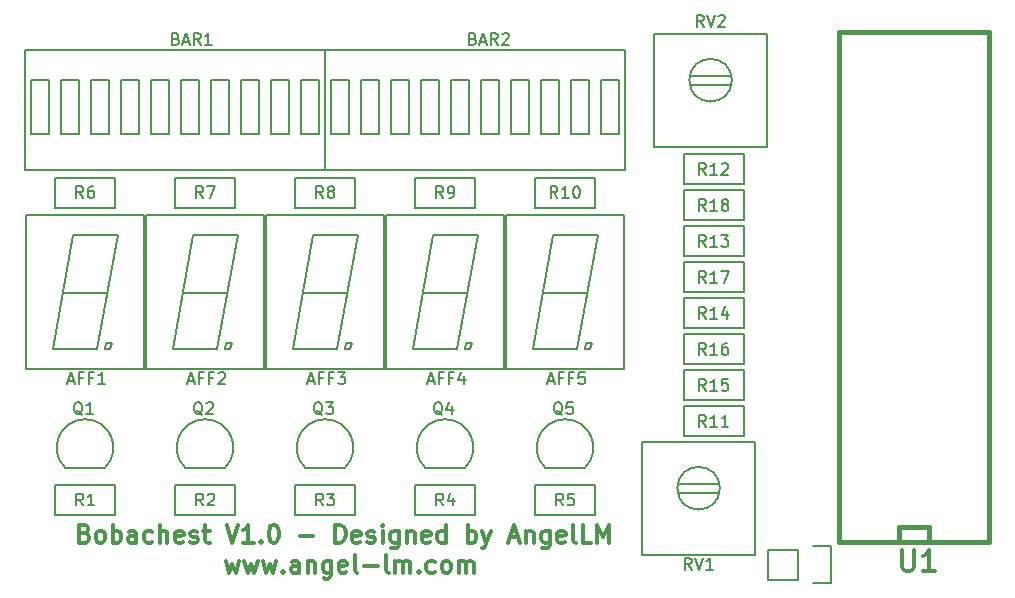
<source format=gbr>
G04 #@! TF.FileFunction,Legend,Top*
%FSLAX46Y46*%
G04 Gerber Fmt 4.6, Leading zero omitted, Abs format (unit mm)*
G04 Created by KiCad (PCBNEW 4.0.4+e1-6308~48~ubuntu15.10.1-stable) date Thu Dec  8 14:38:08 2016*
%MOMM*%
%LPD*%
G01*
G04 APERTURE LIST*
%ADD10C,0.100000*%
%ADD11C,0.300000*%
%ADD12C,0.150000*%
%ADD13C,0.381000*%
%ADD14C,0.304800*%
G04 APERTURE END LIST*
D10*
D11*
X90784001Y-94883857D02*
X90998287Y-94955286D01*
X91069715Y-95026714D01*
X91141144Y-95169571D01*
X91141144Y-95383857D01*
X91069715Y-95526714D01*
X90998287Y-95598143D01*
X90855429Y-95669571D01*
X90284001Y-95669571D01*
X90284001Y-94169571D01*
X90784001Y-94169571D01*
X90926858Y-94241000D01*
X90998287Y-94312429D01*
X91069715Y-94455286D01*
X91069715Y-94598143D01*
X90998287Y-94741000D01*
X90926858Y-94812429D01*
X90784001Y-94883857D01*
X90284001Y-94883857D01*
X91998287Y-95669571D02*
X91855429Y-95598143D01*
X91784001Y-95526714D01*
X91712572Y-95383857D01*
X91712572Y-94955286D01*
X91784001Y-94812429D01*
X91855429Y-94741000D01*
X91998287Y-94669571D01*
X92212572Y-94669571D01*
X92355429Y-94741000D01*
X92426858Y-94812429D01*
X92498287Y-94955286D01*
X92498287Y-95383857D01*
X92426858Y-95526714D01*
X92355429Y-95598143D01*
X92212572Y-95669571D01*
X91998287Y-95669571D01*
X93141144Y-95669571D02*
X93141144Y-94169571D01*
X93141144Y-94741000D02*
X93284001Y-94669571D01*
X93569715Y-94669571D01*
X93712572Y-94741000D01*
X93784001Y-94812429D01*
X93855430Y-94955286D01*
X93855430Y-95383857D01*
X93784001Y-95526714D01*
X93712572Y-95598143D01*
X93569715Y-95669571D01*
X93284001Y-95669571D01*
X93141144Y-95598143D01*
X95141144Y-95669571D02*
X95141144Y-94883857D01*
X95069715Y-94741000D01*
X94926858Y-94669571D01*
X94641144Y-94669571D01*
X94498287Y-94741000D01*
X95141144Y-95598143D02*
X94998287Y-95669571D01*
X94641144Y-95669571D01*
X94498287Y-95598143D01*
X94426858Y-95455286D01*
X94426858Y-95312429D01*
X94498287Y-95169571D01*
X94641144Y-95098143D01*
X94998287Y-95098143D01*
X95141144Y-95026714D01*
X96498287Y-95598143D02*
X96355430Y-95669571D01*
X96069716Y-95669571D01*
X95926858Y-95598143D01*
X95855430Y-95526714D01*
X95784001Y-95383857D01*
X95784001Y-94955286D01*
X95855430Y-94812429D01*
X95926858Y-94741000D01*
X96069716Y-94669571D01*
X96355430Y-94669571D01*
X96498287Y-94741000D01*
X97141144Y-95669571D02*
X97141144Y-94169571D01*
X97784001Y-95669571D02*
X97784001Y-94883857D01*
X97712572Y-94741000D01*
X97569715Y-94669571D01*
X97355430Y-94669571D01*
X97212572Y-94741000D01*
X97141144Y-94812429D01*
X99069715Y-95598143D02*
X98926858Y-95669571D01*
X98641144Y-95669571D01*
X98498287Y-95598143D01*
X98426858Y-95455286D01*
X98426858Y-94883857D01*
X98498287Y-94741000D01*
X98641144Y-94669571D01*
X98926858Y-94669571D01*
X99069715Y-94741000D01*
X99141144Y-94883857D01*
X99141144Y-95026714D01*
X98426858Y-95169571D01*
X99712572Y-95598143D02*
X99855429Y-95669571D01*
X100141144Y-95669571D01*
X100284001Y-95598143D01*
X100355429Y-95455286D01*
X100355429Y-95383857D01*
X100284001Y-95241000D01*
X100141144Y-95169571D01*
X99926858Y-95169571D01*
X99784001Y-95098143D01*
X99712572Y-94955286D01*
X99712572Y-94883857D01*
X99784001Y-94741000D01*
X99926858Y-94669571D01*
X100141144Y-94669571D01*
X100284001Y-94741000D01*
X100784001Y-94669571D02*
X101355430Y-94669571D01*
X100998287Y-94169571D02*
X100998287Y-95455286D01*
X101069715Y-95598143D01*
X101212573Y-95669571D01*
X101355430Y-95669571D01*
X102784001Y-94169571D02*
X103284001Y-95669571D01*
X103784001Y-94169571D01*
X105069715Y-95669571D02*
X104212572Y-95669571D01*
X104641144Y-95669571D02*
X104641144Y-94169571D01*
X104498287Y-94383857D01*
X104355429Y-94526714D01*
X104212572Y-94598143D01*
X105712572Y-95526714D02*
X105784000Y-95598143D01*
X105712572Y-95669571D01*
X105641143Y-95598143D01*
X105712572Y-95526714D01*
X105712572Y-95669571D01*
X106712572Y-94169571D02*
X106855429Y-94169571D01*
X106998286Y-94241000D01*
X107069715Y-94312429D01*
X107141144Y-94455286D01*
X107212572Y-94741000D01*
X107212572Y-95098143D01*
X107141144Y-95383857D01*
X107069715Y-95526714D01*
X106998286Y-95598143D01*
X106855429Y-95669571D01*
X106712572Y-95669571D01*
X106569715Y-95598143D01*
X106498286Y-95526714D01*
X106426858Y-95383857D01*
X106355429Y-95098143D01*
X106355429Y-94741000D01*
X106426858Y-94455286D01*
X106498286Y-94312429D01*
X106569715Y-94241000D01*
X106712572Y-94169571D01*
X108998286Y-95098143D02*
X110141143Y-95098143D01*
X111998286Y-95669571D02*
X111998286Y-94169571D01*
X112355429Y-94169571D01*
X112569714Y-94241000D01*
X112712572Y-94383857D01*
X112784000Y-94526714D01*
X112855429Y-94812429D01*
X112855429Y-95026714D01*
X112784000Y-95312429D01*
X112712572Y-95455286D01*
X112569714Y-95598143D01*
X112355429Y-95669571D01*
X111998286Y-95669571D01*
X114069714Y-95598143D02*
X113926857Y-95669571D01*
X113641143Y-95669571D01*
X113498286Y-95598143D01*
X113426857Y-95455286D01*
X113426857Y-94883857D01*
X113498286Y-94741000D01*
X113641143Y-94669571D01*
X113926857Y-94669571D01*
X114069714Y-94741000D01*
X114141143Y-94883857D01*
X114141143Y-95026714D01*
X113426857Y-95169571D01*
X114712571Y-95598143D02*
X114855428Y-95669571D01*
X115141143Y-95669571D01*
X115284000Y-95598143D01*
X115355428Y-95455286D01*
X115355428Y-95383857D01*
X115284000Y-95241000D01*
X115141143Y-95169571D01*
X114926857Y-95169571D01*
X114784000Y-95098143D01*
X114712571Y-94955286D01*
X114712571Y-94883857D01*
X114784000Y-94741000D01*
X114926857Y-94669571D01*
X115141143Y-94669571D01*
X115284000Y-94741000D01*
X115998286Y-95669571D02*
X115998286Y-94669571D01*
X115998286Y-94169571D02*
X115926857Y-94241000D01*
X115998286Y-94312429D01*
X116069714Y-94241000D01*
X115998286Y-94169571D01*
X115998286Y-94312429D01*
X117355429Y-94669571D02*
X117355429Y-95883857D01*
X117284000Y-96026714D01*
X117212572Y-96098143D01*
X117069715Y-96169571D01*
X116855429Y-96169571D01*
X116712572Y-96098143D01*
X117355429Y-95598143D02*
X117212572Y-95669571D01*
X116926858Y-95669571D01*
X116784000Y-95598143D01*
X116712572Y-95526714D01*
X116641143Y-95383857D01*
X116641143Y-94955286D01*
X116712572Y-94812429D01*
X116784000Y-94741000D01*
X116926858Y-94669571D01*
X117212572Y-94669571D01*
X117355429Y-94741000D01*
X118069715Y-94669571D02*
X118069715Y-95669571D01*
X118069715Y-94812429D02*
X118141143Y-94741000D01*
X118284001Y-94669571D01*
X118498286Y-94669571D01*
X118641143Y-94741000D01*
X118712572Y-94883857D01*
X118712572Y-95669571D01*
X119998286Y-95598143D02*
X119855429Y-95669571D01*
X119569715Y-95669571D01*
X119426858Y-95598143D01*
X119355429Y-95455286D01*
X119355429Y-94883857D01*
X119426858Y-94741000D01*
X119569715Y-94669571D01*
X119855429Y-94669571D01*
X119998286Y-94741000D01*
X120069715Y-94883857D01*
X120069715Y-95026714D01*
X119355429Y-95169571D01*
X121355429Y-95669571D02*
X121355429Y-94169571D01*
X121355429Y-95598143D02*
X121212572Y-95669571D01*
X120926858Y-95669571D01*
X120784000Y-95598143D01*
X120712572Y-95526714D01*
X120641143Y-95383857D01*
X120641143Y-94955286D01*
X120712572Y-94812429D01*
X120784000Y-94741000D01*
X120926858Y-94669571D01*
X121212572Y-94669571D01*
X121355429Y-94741000D01*
X123212572Y-95669571D02*
X123212572Y-94169571D01*
X123212572Y-94741000D02*
X123355429Y-94669571D01*
X123641143Y-94669571D01*
X123784000Y-94741000D01*
X123855429Y-94812429D01*
X123926858Y-94955286D01*
X123926858Y-95383857D01*
X123855429Y-95526714D01*
X123784000Y-95598143D01*
X123641143Y-95669571D01*
X123355429Y-95669571D01*
X123212572Y-95598143D01*
X124426858Y-94669571D02*
X124784001Y-95669571D01*
X125141143Y-94669571D02*
X124784001Y-95669571D01*
X124641143Y-96026714D01*
X124569715Y-96098143D01*
X124426858Y-96169571D01*
X126784000Y-95241000D02*
X127498286Y-95241000D01*
X126641143Y-95669571D02*
X127141143Y-94169571D01*
X127641143Y-95669571D01*
X128141143Y-94669571D02*
X128141143Y-95669571D01*
X128141143Y-94812429D02*
X128212571Y-94741000D01*
X128355429Y-94669571D01*
X128569714Y-94669571D01*
X128712571Y-94741000D01*
X128784000Y-94883857D01*
X128784000Y-95669571D01*
X130141143Y-94669571D02*
X130141143Y-95883857D01*
X130069714Y-96026714D01*
X129998286Y-96098143D01*
X129855429Y-96169571D01*
X129641143Y-96169571D01*
X129498286Y-96098143D01*
X130141143Y-95598143D02*
X129998286Y-95669571D01*
X129712572Y-95669571D01*
X129569714Y-95598143D01*
X129498286Y-95526714D01*
X129426857Y-95383857D01*
X129426857Y-94955286D01*
X129498286Y-94812429D01*
X129569714Y-94741000D01*
X129712572Y-94669571D01*
X129998286Y-94669571D01*
X130141143Y-94741000D01*
X131426857Y-95598143D02*
X131284000Y-95669571D01*
X130998286Y-95669571D01*
X130855429Y-95598143D01*
X130784000Y-95455286D01*
X130784000Y-94883857D01*
X130855429Y-94741000D01*
X130998286Y-94669571D01*
X131284000Y-94669571D01*
X131426857Y-94741000D01*
X131498286Y-94883857D01*
X131498286Y-95026714D01*
X130784000Y-95169571D01*
X132355429Y-95669571D02*
X132212571Y-95598143D01*
X132141143Y-95455286D01*
X132141143Y-94169571D01*
X133641143Y-95669571D02*
X132926857Y-95669571D01*
X132926857Y-94169571D01*
X134141143Y-95669571D02*
X134141143Y-94169571D01*
X134641143Y-95241000D01*
X135141143Y-94169571D01*
X135141143Y-95669571D01*
X102712571Y-97219571D02*
X102998285Y-98219571D01*
X103283999Y-97505286D01*
X103569714Y-98219571D01*
X103855428Y-97219571D01*
X104284000Y-97219571D02*
X104569714Y-98219571D01*
X104855428Y-97505286D01*
X105141143Y-98219571D01*
X105426857Y-97219571D01*
X105855429Y-97219571D02*
X106141143Y-98219571D01*
X106426857Y-97505286D01*
X106712572Y-98219571D01*
X106998286Y-97219571D01*
X107569715Y-98076714D02*
X107641143Y-98148143D01*
X107569715Y-98219571D01*
X107498286Y-98148143D01*
X107569715Y-98076714D01*
X107569715Y-98219571D01*
X108926858Y-98219571D02*
X108926858Y-97433857D01*
X108855429Y-97291000D01*
X108712572Y-97219571D01*
X108426858Y-97219571D01*
X108284001Y-97291000D01*
X108926858Y-98148143D02*
X108784001Y-98219571D01*
X108426858Y-98219571D01*
X108284001Y-98148143D01*
X108212572Y-98005286D01*
X108212572Y-97862429D01*
X108284001Y-97719571D01*
X108426858Y-97648143D01*
X108784001Y-97648143D01*
X108926858Y-97576714D01*
X109641144Y-97219571D02*
X109641144Y-98219571D01*
X109641144Y-97362429D02*
X109712572Y-97291000D01*
X109855430Y-97219571D01*
X110069715Y-97219571D01*
X110212572Y-97291000D01*
X110284001Y-97433857D01*
X110284001Y-98219571D01*
X111641144Y-97219571D02*
X111641144Y-98433857D01*
X111569715Y-98576714D01*
X111498287Y-98648143D01*
X111355430Y-98719571D01*
X111141144Y-98719571D01*
X110998287Y-98648143D01*
X111641144Y-98148143D02*
X111498287Y-98219571D01*
X111212573Y-98219571D01*
X111069715Y-98148143D01*
X110998287Y-98076714D01*
X110926858Y-97933857D01*
X110926858Y-97505286D01*
X110998287Y-97362429D01*
X111069715Y-97291000D01*
X111212573Y-97219571D01*
X111498287Y-97219571D01*
X111641144Y-97291000D01*
X112926858Y-98148143D02*
X112784001Y-98219571D01*
X112498287Y-98219571D01*
X112355430Y-98148143D01*
X112284001Y-98005286D01*
X112284001Y-97433857D01*
X112355430Y-97291000D01*
X112498287Y-97219571D01*
X112784001Y-97219571D01*
X112926858Y-97291000D01*
X112998287Y-97433857D01*
X112998287Y-97576714D01*
X112284001Y-97719571D01*
X113855430Y-98219571D02*
X113712572Y-98148143D01*
X113641144Y-98005286D01*
X113641144Y-96719571D01*
X114426858Y-97648143D02*
X115569715Y-97648143D01*
X116498287Y-98219571D02*
X116355429Y-98148143D01*
X116284001Y-98005286D01*
X116284001Y-96719571D01*
X117069715Y-98219571D02*
X117069715Y-97219571D01*
X117069715Y-97362429D02*
X117141143Y-97291000D01*
X117284001Y-97219571D01*
X117498286Y-97219571D01*
X117641143Y-97291000D01*
X117712572Y-97433857D01*
X117712572Y-98219571D01*
X117712572Y-97433857D02*
X117784001Y-97291000D01*
X117926858Y-97219571D01*
X118141143Y-97219571D01*
X118284001Y-97291000D01*
X118355429Y-97433857D01*
X118355429Y-98219571D01*
X119069715Y-98076714D02*
X119141143Y-98148143D01*
X119069715Y-98219571D01*
X118998286Y-98148143D01*
X119069715Y-98076714D01*
X119069715Y-98219571D01*
X120426858Y-98148143D02*
X120284001Y-98219571D01*
X119998287Y-98219571D01*
X119855429Y-98148143D01*
X119784001Y-98076714D01*
X119712572Y-97933857D01*
X119712572Y-97505286D01*
X119784001Y-97362429D01*
X119855429Y-97291000D01*
X119998287Y-97219571D01*
X120284001Y-97219571D01*
X120426858Y-97291000D01*
X121284001Y-98219571D02*
X121141143Y-98148143D01*
X121069715Y-98076714D01*
X120998286Y-97933857D01*
X120998286Y-97505286D01*
X121069715Y-97362429D01*
X121141143Y-97291000D01*
X121284001Y-97219571D01*
X121498286Y-97219571D01*
X121641143Y-97291000D01*
X121712572Y-97362429D01*
X121784001Y-97505286D01*
X121784001Y-97933857D01*
X121712572Y-98076714D01*
X121641143Y-98148143D01*
X121498286Y-98219571D01*
X121284001Y-98219571D01*
X122426858Y-98219571D02*
X122426858Y-97219571D01*
X122426858Y-97362429D02*
X122498286Y-97291000D01*
X122641144Y-97219571D01*
X122855429Y-97219571D01*
X122998286Y-97291000D01*
X123069715Y-97433857D01*
X123069715Y-98219571D01*
X123069715Y-97433857D02*
X123141144Y-97291000D01*
X123284001Y-97219571D01*
X123498286Y-97219571D01*
X123641144Y-97291000D01*
X123712572Y-97433857D01*
X123712572Y-98219571D01*
D12*
X129745000Y-89330000D02*
X133145000Y-89330000D01*
X129747944Y-89327056D02*
G75*
G02X131445000Y-85230000I1697056J1697056D01*
G01*
X133142056Y-89327056D02*
G75*
G03X131445000Y-85230000I-1697056J1697056D01*
G01*
X141048000Y-90693000D02*
X144448000Y-90693000D01*
X141048000Y-91453000D02*
X144448000Y-91453000D01*
X137983000Y-87183000D02*
X147513000Y-87183000D01*
X147513000Y-87183000D02*
X147513000Y-96713000D01*
X147513000Y-96713000D02*
X137983000Y-96713000D01*
X137983000Y-96713000D02*
X137983000Y-87183000D01*
X144549735Y-91073000D02*
G75*
G03X144549735Y-91073000I-1801735J0D01*
G01*
D13*
X154635200Y-95656400D02*
X154635200Y-52476400D01*
X154635200Y-52476400D02*
X167335200Y-52476400D01*
X167335200Y-52476400D02*
X167335200Y-95656400D01*
X167335200Y-95656400D02*
X154635200Y-95656400D01*
X162255200Y-95656400D02*
X162255200Y-94386400D01*
X162255200Y-94386400D02*
X159715200Y-94386400D01*
X159715200Y-94386400D02*
X159715200Y-95656400D01*
D12*
X89105000Y-89330000D02*
X92505000Y-89330000D01*
X89107944Y-89327056D02*
G75*
G02X90805000Y-85230000I1697056J1697056D01*
G01*
X92502056Y-89327056D02*
G75*
G03X90805000Y-85230000I-1697056J1697056D01*
G01*
X99265000Y-89330000D02*
X102665000Y-89330000D01*
X99267944Y-89327056D02*
G75*
G02X100965000Y-85230000I1697056J1697056D01*
G01*
X102662056Y-89327056D02*
G75*
G03X100965000Y-85230000I-1697056J1697056D01*
G01*
X109425000Y-89330000D02*
X112825000Y-89330000D01*
X109427944Y-89327056D02*
G75*
G02X111125000Y-85230000I1697056J1697056D01*
G01*
X112822056Y-89327056D02*
G75*
G03X111125000Y-85230000I-1697056J1697056D01*
G01*
X119585000Y-89330000D02*
X122985000Y-89330000D01*
X119587944Y-89327056D02*
G75*
G02X121285000Y-85230000I1697056J1697056D01*
G01*
X122982056Y-89327056D02*
G75*
G03X121285000Y-85230000I-1697056J1697056D01*
G01*
X112775000Y-79297000D02*
X113275000Y-79297000D01*
X112775000Y-79297000D02*
X112875000Y-78797000D01*
X113275000Y-79297000D02*
X113375000Y-78797000D01*
X112875000Y-78797000D02*
X113375000Y-78797000D01*
X108425000Y-79297000D02*
X110125000Y-69597000D01*
X113875000Y-69597000D02*
X112175000Y-79297000D01*
X112175000Y-79297000D02*
X108425000Y-79297000D01*
X110125000Y-69597000D02*
X113875000Y-69597000D01*
X109347000Y-74549000D02*
X112903000Y-74549000D01*
X106125000Y-80947000D02*
X116125000Y-80947000D01*
X116125000Y-80947000D02*
X116125000Y-67947000D01*
X116125000Y-67947000D02*
X106125000Y-67947000D01*
X106125000Y-67947000D02*
X106125000Y-80947000D01*
X133095000Y-79297000D02*
X133595000Y-79297000D01*
X133095000Y-79297000D02*
X133195000Y-78797000D01*
X133595000Y-79297000D02*
X133695000Y-78797000D01*
X133195000Y-78797000D02*
X133695000Y-78797000D01*
X128745000Y-79297000D02*
X130445000Y-69597000D01*
X134195000Y-69597000D02*
X132495000Y-79297000D01*
X132495000Y-79297000D02*
X128745000Y-79297000D01*
X130445000Y-69597000D02*
X134195000Y-69597000D01*
X129667000Y-74549000D02*
X133223000Y-74549000D01*
X126445000Y-80947000D02*
X136445000Y-80947000D01*
X136445000Y-80947000D02*
X136445000Y-67947000D01*
X136445000Y-67947000D02*
X126445000Y-67947000D01*
X126445000Y-67947000D02*
X126445000Y-80947000D01*
X122935000Y-79297000D02*
X123435000Y-79297000D01*
X122935000Y-79297000D02*
X123035000Y-78797000D01*
X123435000Y-79297000D02*
X123535000Y-78797000D01*
X123035000Y-78797000D02*
X123535000Y-78797000D01*
X118585000Y-79297000D02*
X120285000Y-69597000D01*
X124035000Y-69597000D02*
X122335000Y-79297000D01*
X122335000Y-79297000D02*
X118585000Y-79297000D01*
X120285000Y-69597000D02*
X124035000Y-69597000D01*
X119507000Y-74549000D02*
X123063000Y-74549000D01*
X116285000Y-80947000D02*
X126285000Y-80947000D01*
X126285000Y-80947000D02*
X126285000Y-67947000D01*
X126285000Y-67947000D02*
X116285000Y-67947000D01*
X116285000Y-67947000D02*
X116285000Y-80947000D01*
X102615000Y-79297000D02*
X103115000Y-79297000D01*
X102615000Y-79297000D02*
X102715000Y-78797000D01*
X103115000Y-79297000D02*
X103215000Y-78797000D01*
X102715000Y-78797000D02*
X103215000Y-78797000D01*
X98265000Y-79297000D02*
X99965000Y-69597000D01*
X103715000Y-69597000D02*
X102015000Y-79297000D01*
X102015000Y-79297000D02*
X98265000Y-79297000D01*
X99965000Y-69597000D02*
X103715000Y-69597000D01*
X99187000Y-74549000D02*
X102743000Y-74549000D01*
X95965000Y-80947000D02*
X105965000Y-80947000D01*
X105965000Y-80947000D02*
X105965000Y-67947000D01*
X105965000Y-67947000D02*
X95965000Y-67947000D01*
X95965000Y-67947000D02*
X95965000Y-80947000D01*
X92455000Y-79297000D02*
X92955000Y-79297000D01*
X92455000Y-79297000D02*
X92555000Y-78797000D01*
X92955000Y-79297000D02*
X93055000Y-78797000D01*
X92555000Y-78797000D02*
X93055000Y-78797000D01*
X88105000Y-79297000D02*
X89805000Y-69597000D01*
X93555000Y-69597000D02*
X91855000Y-79297000D01*
X91855000Y-79297000D02*
X88105000Y-79297000D01*
X89805000Y-69597000D02*
X93555000Y-69597000D01*
X89027000Y-74549000D02*
X92583000Y-74549000D01*
X85805000Y-80947000D02*
X95805000Y-80947000D01*
X95805000Y-80947000D02*
X95805000Y-67947000D01*
X95805000Y-67947000D02*
X85805000Y-67947000D01*
X85805000Y-67947000D02*
X85805000Y-80947000D01*
X151130000Y-98806000D02*
X148590000Y-98806000D01*
X153950000Y-99086000D02*
X152400000Y-99086000D01*
X151130000Y-98806000D02*
X151130000Y-96266000D01*
X152400000Y-95986000D02*
X153950000Y-95986000D01*
X153950000Y-95986000D02*
X153950000Y-99086000D01*
X151130000Y-96266000D02*
X148590000Y-96266000D01*
X148590000Y-96266000D02*
X148590000Y-98806000D01*
X109093000Y-56515000D02*
X110617000Y-56515000D01*
X110617000Y-56515000D02*
X110617000Y-61087000D01*
X110617000Y-61087000D02*
X109093000Y-61087000D01*
X109093000Y-61087000D02*
X109093000Y-56515000D01*
X106553000Y-56515000D02*
X108077000Y-56515000D01*
X108077000Y-56515000D02*
X108077000Y-61087000D01*
X108077000Y-61087000D02*
X106553000Y-61087000D01*
X106553000Y-61087000D02*
X106553000Y-56515000D01*
X104013000Y-56515000D02*
X105537000Y-56515000D01*
X105537000Y-56515000D02*
X105537000Y-61087000D01*
X105537000Y-61087000D02*
X104013000Y-61087000D01*
X104013000Y-61087000D02*
X104013000Y-56515000D01*
X101473000Y-56515000D02*
X102997000Y-56515000D01*
X102997000Y-56515000D02*
X102997000Y-61087000D01*
X102997000Y-61087000D02*
X101473000Y-61087000D01*
X101473000Y-61087000D02*
X101473000Y-56515000D01*
X98933000Y-56515000D02*
X100457000Y-56515000D01*
X100457000Y-56515000D02*
X100457000Y-61087000D01*
X100457000Y-61087000D02*
X98933000Y-61087000D01*
X98933000Y-61087000D02*
X98933000Y-56515000D01*
X96393000Y-56515000D02*
X97917000Y-56515000D01*
X97917000Y-56515000D02*
X97917000Y-61087000D01*
X97917000Y-61087000D02*
X96393000Y-61087000D01*
X96393000Y-61087000D02*
X96393000Y-56515000D01*
X93853000Y-61087000D02*
X95377000Y-61087000D01*
X95377000Y-61087000D02*
X95377000Y-56515000D01*
X95377000Y-56515000D02*
X93853000Y-56515000D01*
X93853000Y-56515000D02*
X93853000Y-61087000D01*
X91313000Y-56515000D02*
X92837000Y-56515000D01*
X92837000Y-56515000D02*
X92837000Y-61087000D01*
X92837000Y-61087000D02*
X91313000Y-61087000D01*
X91313000Y-61087000D02*
X91313000Y-56515000D01*
X88773000Y-61087000D02*
X88773000Y-56515000D01*
X88773000Y-56515000D02*
X90297000Y-56515000D01*
X90297000Y-56515000D02*
X90297000Y-61087000D01*
X90297000Y-61087000D02*
X88773000Y-61087000D01*
X86233000Y-61087000D02*
X86233000Y-56515000D01*
X86233000Y-56515000D02*
X87757000Y-56515000D01*
X87757000Y-56515000D02*
X87757000Y-61087000D01*
X87757000Y-61087000D02*
X86233000Y-61087000D01*
X109601000Y-61087000D02*
X110109000Y-61087000D01*
X110109000Y-56515000D02*
X109601000Y-56515000D01*
X107061000Y-61087000D02*
X107569000Y-61087000D01*
X107569000Y-56515000D02*
X107061000Y-56515000D01*
X104521000Y-61087000D02*
X105029000Y-61087000D01*
X105029000Y-56515000D02*
X104521000Y-56515000D01*
X101981000Y-61087000D02*
X102489000Y-61087000D01*
X102489000Y-56515000D02*
X101981000Y-56515000D01*
X99441000Y-61087000D02*
X99949000Y-61087000D01*
X99949000Y-56515000D02*
X99441000Y-56515000D01*
X96901000Y-61087000D02*
X97409000Y-61087000D01*
X97409000Y-56515000D02*
X96901000Y-56515000D01*
X94869000Y-56515000D02*
X94361000Y-56515000D01*
X94361000Y-61087000D02*
X94869000Y-61087000D01*
X91821000Y-61087000D02*
X92329000Y-61087000D01*
X92329000Y-56515000D02*
X91821000Y-56515000D01*
X89281000Y-61087000D02*
X89789000Y-61087000D01*
X89789000Y-56515000D02*
X89281000Y-56515000D01*
X86741000Y-56515000D02*
X87249000Y-56515000D01*
X87249000Y-61087000D02*
X86741000Y-61087000D01*
X111125000Y-53975000D02*
X111125000Y-64135000D01*
X111125000Y-64135000D02*
X85725000Y-64135000D01*
X85725000Y-64135000D02*
X85725000Y-53975000D01*
X85725000Y-53975000D02*
X111125000Y-53975000D01*
X134493000Y-56515000D02*
X136017000Y-56515000D01*
X136017000Y-56515000D02*
X136017000Y-61087000D01*
X136017000Y-61087000D02*
X134493000Y-61087000D01*
X134493000Y-61087000D02*
X134493000Y-56515000D01*
X131953000Y-56515000D02*
X133477000Y-56515000D01*
X133477000Y-56515000D02*
X133477000Y-61087000D01*
X133477000Y-61087000D02*
X131953000Y-61087000D01*
X131953000Y-61087000D02*
X131953000Y-56515000D01*
X129413000Y-56515000D02*
X130937000Y-56515000D01*
X130937000Y-56515000D02*
X130937000Y-61087000D01*
X130937000Y-61087000D02*
X129413000Y-61087000D01*
X129413000Y-61087000D02*
X129413000Y-56515000D01*
X126873000Y-56515000D02*
X128397000Y-56515000D01*
X128397000Y-56515000D02*
X128397000Y-61087000D01*
X128397000Y-61087000D02*
X126873000Y-61087000D01*
X126873000Y-61087000D02*
X126873000Y-56515000D01*
X124333000Y-56515000D02*
X125857000Y-56515000D01*
X125857000Y-56515000D02*
X125857000Y-61087000D01*
X125857000Y-61087000D02*
X124333000Y-61087000D01*
X124333000Y-61087000D02*
X124333000Y-56515000D01*
X121793000Y-56515000D02*
X123317000Y-56515000D01*
X123317000Y-56515000D02*
X123317000Y-61087000D01*
X123317000Y-61087000D02*
X121793000Y-61087000D01*
X121793000Y-61087000D02*
X121793000Y-56515000D01*
X119253000Y-61087000D02*
X120777000Y-61087000D01*
X120777000Y-61087000D02*
X120777000Y-56515000D01*
X120777000Y-56515000D02*
X119253000Y-56515000D01*
X119253000Y-56515000D02*
X119253000Y-61087000D01*
X116713000Y-56515000D02*
X118237000Y-56515000D01*
X118237000Y-56515000D02*
X118237000Y-61087000D01*
X118237000Y-61087000D02*
X116713000Y-61087000D01*
X116713000Y-61087000D02*
X116713000Y-56515000D01*
X114173000Y-61087000D02*
X114173000Y-56515000D01*
X114173000Y-56515000D02*
X115697000Y-56515000D01*
X115697000Y-56515000D02*
X115697000Y-61087000D01*
X115697000Y-61087000D02*
X114173000Y-61087000D01*
X111633000Y-61087000D02*
X111633000Y-56515000D01*
X111633000Y-56515000D02*
X113157000Y-56515000D01*
X113157000Y-56515000D02*
X113157000Y-61087000D01*
X113157000Y-61087000D02*
X111633000Y-61087000D01*
X135001000Y-61087000D02*
X135509000Y-61087000D01*
X135509000Y-56515000D02*
X135001000Y-56515000D01*
X132461000Y-61087000D02*
X132969000Y-61087000D01*
X132969000Y-56515000D02*
X132461000Y-56515000D01*
X129921000Y-61087000D02*
X130429000Y-61087000D01*
X130429000Y-56515000D02*
X129921000Y-56515000D01*
X127381000Y-61087000D02*
X127889000Y-61087000D01*
X127889000Y-56515000D02*
X127381000Y-56515000D01*
X124841000Y-61087000D02*
X125349000Y-61087000D01*
X125349000Y-56515000D02*
X124841000Y-56515000D01*
X122301000Y-61087000D02*
X122809000Y-61087000D01*
X122809000Y-56515000D02*
X122301000Y-56515000D01*
X120269000Y-56515000D02*
X119761000Y-56515000D01*
X119761000Y-61087000D02*
X120269000Y-61087000D01*
X117221000Y-61087000D02*
X117729000Y-61087000D01*
X117729000Y-56515000D02*
X117221000Y-56515000D01*
X114681000Y-61087000D02*
X115189000Y-61087000D01*
X115189000Y-56515000D02*
X114681000Y-56515000D01*
X112141000Y-56515000D02*
X112649000Y-56515000D01*
X112649000Y-61087000D02*
X112141000Y-61087000D01*
X136525000Y-53975000D02*
X136525000Y-64135000D01*
X136525000Y-64135000D02*
X111125000Y-64135000D01*
X111125000Y-64135000D02*
X111125000Y-53975000D01*
X111125000Y-53975000D02*
X136525000Y-53975000D01*
X142064000Y-56149000D02*
X145464000Y-56149000D01*
X142064000Y-56909000D02*
X145464000Y-56909000D01*
X138999000Y-52639000D02*
X148529000Y-52639000D01*
X148529000Y-52639000D02*
X148529000Y-62169000D01*
X148529000Y-62169000D02*
X138999000Y-62169000D01*
X138999000Y-62169000D02*
X138999000Y-52639000D01*
X145565735Y-56529000D02*
G75*
G03X145565735Y-56529000I-1801735J0D01*
G01*
X88265000Y-90805000D02*
X93345000Y-90805000D01*
X93345000Y-90805000D02*
X93345000Y-93345000D01*
X93345000Y-93345000D02*
X88265000Y-93345000D01*
X88265000Y-93345000D02*
X88265000Y-90805000D01*
X98425000Y-90805000D02*
X103505000Y-90805000D01*
X103505000Y-90805000D02*
X103505000Y-93345000D01*
X103505000Y-93345000D02*
X98425000Y-93345000D01*
X98425000Y-93345000D02*
X98425000Y-90805000D01*
X108585000Y-90805000D02*
X113665000Y-90805000D01*
X113665000Y-90805000D02*
X113665000Y-93345000D01*
X113665000Y-93345000D02*
X108585000Y-93345000D01*
X108585000Y-93345000D02*
X108585000Y-90805000D01*
X118745000Y-90805000D02*
X123825000Y-90805000D01*
X123825000Y-90805000D02*
X123825000Y-93345000D01*
X123825000Y-93345000D02*
X118745000Y-93345000D01*
X118745000Y-93345000D02*
X118745000Y-90805000D01*
X128905000Y-90805000D02*
X133985000Y-90805000D01*
X133985000Y-90805000D02*
X133985000Y-93345000D01*
X133985000Y-93345000D02*
X128905000Y-93345000D01*
X128905000Y-93345000D02*
X128905000Y-90805000D01*
X88265000Y-64770000D02*
X93345000Y-64770000D01*
X93345000Y-64770000D02*
X93345000Y-67310000D01*
X93345000Y-67310000D02*
X88265000Y-67310000D01*
X88265000Y-67310000D02*
X88265000Y-64770000D01*
X98425000Y-64770000D02*
X103505000Y-64770000D01*
X103505000Y-64770000D02*
X103505000Y-67310000D01*
X103505000Y-67310000D02*
X98425000Y-67310000D01*
X98425000Y-67310000D02*
X98425000Y-64770000D01*
X108585000Y-64770000D02*
X113665000Y-64770000D01*
X113665000Y-64770000D02*
X113665000Y-67310000D01*
X113665000Y-67310000D02*
X108585000Y-67310000D01*
X108585000Y-67310000D02*
X108585000Y-64770000D01*
X118745000Y-64770000D02*
X123825000Y-64770000D01*
X123825000Y-64770000D02*
X123825000Y-67310000D01*
X123825000Y-67310000D02*
X118745000Y-67310000D01*
X118745000Y-67310000D02*
X118745000Y-64770000D01*
X128905000Y-64770000D02*
X133985000Y-64770000D01*
X133985000Y-64770000D02*
X133985000Y-67310000D01*
X133985000Y-67310000D02*
X128905000Y-67310000D01*
X128905000Y-67310000D02*
X128905000Y-64770000D01*
X141478000Y-84150200D02*
X146558000Y-84150200D01*
X146558000Y-84150200D02*
X146558000Y-86690200D01*
X146558000Y-86690200D02*
X141478000Y-86690200D01*
X141478000Y-86690200D02*
X141478000Y-84150200D01*
X141478000Y-62814200D02*
X146558000Y-62814200D01*
X146558000Y-62814200D02*
X146558000Y-65354200D01*
X146558000Y-65354200D02*
X141478000Y-65354200D01*
X141478000Y-65354200D02*
X141478000Y-62814200D01*
X141478000Y-68910200D02*
X146558000Y-68910200D01*
X146558000Y-68910200D02*
X146558000Y-71450200D01*
X146558000Y-71450200D02*
X141478000Y-71450200D01*
X141478000Y-71450200D02*
X141478000Y-68910200D01*
X141478000Y-75006200D02*
X146558000Y-75006200D01*
X146558000Y-75006200D02*
X146558000Y-77546200D01*
X146558000Y-77546200D02*
X141478000Y-77546200D01*
X141478000Y-77546200D02*
X141478000Y-75006200D01*
X141478000Y-81102200D02*
X146558000Y-81102200D01*
X146558000Y-81102200D02*
X146558000Y-83642200D01*
X146558000Y-83642200D02*
X141478000Y-83642200D01*
X141478000Y-83642200D02*
X141478000Y-81102200D01*
X141478000Y-78054200D02*
X146558000Y-78054200D01*
X146558000Y-78054200D02*
X146558000Y-80594200D01*
X146558000Y-80594200D02*
X141478000Y-80594200D01*
X141478000Y-80594200D02*
X141478000Y-78054200D01*
X141478000Y-71958200D02*
X146558000Y-71958200D01*
X146558000Y-71958200D02*
X146558000Y-74498200D01*
X146558000Y-74498200D02*
X141478000Y-74498200D01*
X141478000Y-74498200D02*
X141478000Y-71958200D01*
X141478000Y-65862200D02*
X146558000Y-65862200D01*
X146558000Y-65862200D02*
X146558000Y-68402200D01*
X146558000Y-68402200D02*
X141478000Y-68402200D01*
X141478000Y-68402200D02*
X141478000Y-65862200D01*
X131222762Y-84875619D02*
X131127524Y-84828000D01*
X131032286Y-84732762D01*
X130889429Y-84589905D01*
X130794190Y-84542286D01*
X130698952Y-84542286D01*
X130746571Y-84780381D02*
X130651333Y-84732762D01*
X130556095Y-84637524D01*
X130508476Y-84447048D01*
X130508476Y-84113714D01*
X130556095Y-83923238D01*
X130651333Y-83828000D01*
X130746571Y-83780381D01*
X130937048Y-83780381D01*
X131032286Y-83828000D01*
X131127524Y-83923238D01*
X131175143Y-84113714D01*
X131175143Y-84447048D01*
X131127524Y-84637524D01*
X131032286Y-84732762D01*
X130937048Y-84780381D01*
X130746571Y-84780381D01*
X132079905Y-83780381D02*
X131603714Y-83780381D01*
X131556095Y-84256571D01*
X131603714Y-84208952D01*
X131698952Y-84161333D01*
X131937048Y-84161333D01*
X132032286Y-84208952D01*
X132079905Y-84256571D01*
X132127524Y-84351810D01*
X132127524Y-84589905D01*
X132079905Y-84685143D01*
X132032286Y-84732762D01*
X131937048Y-84780381D01*
X131698952Y-84780381D01*
X131603714Y-84732762D01*
X131556095Y-84685143D01*
X142152762Y-97988381D02*
X141819428Y-97512190D01*
X141581333Y-97988381D02*
X141581333Y-96988381D01*
X141962286Y-96988381D01*
X142057524Y-97036000D01*
X142105143Y-97083619D01*
X142152762Y-97178857D01*
X142152762Y-97321714D01*
X142105143Y-97416952D01*
X142057524Y-97464571D01*
X141962286Y-97512190D01*
X141581333Y-97512190D01*
X142438476Y-96988381D02*
X142771809Y-97988381D01*
X143105143Y-96988381D01*
X143962286Y-97988381D02*
X143390857Y-97988381D01*
X143676571Y-97988381D02*
X143676571Y-96988381D01*
X143581333Y-97131238D01*
X143486095Y-97226476D01*
X143390857Y-97274095D01*
D14*
X159935333Y-96308333D02*
X159935333Y-97747667D01*
X160020000Y-97917000D01*
X160104667Y-98001667D01*
X160274000Y-98086333D01*
X160612667Y-98086333D01*
X160782000Y-98001667D01*
X160866667Y-97917000D01*
X160951333Y-97747667D01*
X160951333Y-96308333D01*
X162729334Y-98086333D02*
X161713334Y-98086333D01*
X162221334Y-98086333D02*
X162221334Y-96308333D01*
X162052000Y-96562333D01*
X161882667Y-96731667D01*
X161713334Y-96816333D01*
D12*
X90582762Y-84875619D02*
X90487524Y-84828000D01*
X90392286Y-84732762D01*
X90249429Y-84589905D01*
X90154190Y-84542286D01*
X90058952Y-84542286D01*
X90106571Y-84780381D02*
X90011333Y-84732762D01*
X89916095Y-84637524D01*
X89868476Y-84447048D01*
X89868476Y-84113714D01*
X89916095Y-83923238D01*
X90011333Y-83828000D01*
X90106571Y-83780381D01*
X90297048Y-83780381D01*
X90392286Y-83828000D01*
X90487524Y-83923238D01*
X90535143Y-84113714D01*
X90535143Y-84447048D01*
X90487524Y-84637524D01*
X90392286Y-84732762D01*
X90297048Y-84780381D01*
X90106571Y-84780381D01*
X91487524Y-84780381D02*
X90916095Y-84780381D01*
X91201809Y-84780381D02*
X91201809Y-83780381D01*
X91106571Y-83923238D01*
X91011333Y-84018476D01*
X90916095Y-84066095D01*
X100742762Y-84875619D02*
X100647524Y-84828000D01*
X100552286Y-84732762D01*
X100409429Y-84589905D01*
X100314190Y-84542286D01*
X100218952Y-84542286D01*
X100266571Y-84780381D02*
X100171333Y-84732762D01*
X100076095Y-84637524D01*
X100028476Y-84447048D01*
X100028476Y-84113714D01*
X100076095Y-83923238D01*
X100171333Y-83828000D01*
X100266571Y-83780381D01*
X100457048Y-83780381D01*
X100552286Y-83828000D01*
X100647524Y-83923238D01*
X100695143Y-84113714D01*
X100695143Y-84447048D01*
X100647524Y-84637524D01*
X100552286Y-84732762D01*
X100457048Y-84780381D01*
X100266571Y-84780381D01*
X101076095Y-83875619D02*
X101123714Y-83828000D01*
X101218952Y-83780381D01*
X101457048Y-83780381D01*
X101552286Y-83828000D01*
X101599905Y-83875619D01*
X101647524Y-83970857D01*
X101647524Y-84066095D01*
X101599905Y-84208952D01*
X101028476Y-84780381D01*
X101647524Y-84780381D01*
X110902762Y-84875619D02*
X110807524Y-84828000D01*
X110712286Y-84732762D01*
X110569429Y-84589905D01*
X110474190Y-84542286D01*
X110378952Y-84542286D01*
X110426571Y-84780381D02*
X110331333Y-84732762D01*
X110236095Y-84637524D01*
X110188476Y-84447048D01*
X110188476Y-84113714D01*
X110236095Y-83923238D01*
X110331333Y-83828000D01*
X110426571Y-83780381D01*
X110617048Y-83780381D01*
X110712286Y-83828000D01*
X110807524Y-83923238D01*
X110855143Y-84113714D01*
X110855143Y-84447048D01*
X110807524Y-84637524D01*
X110712286Y-84732762D01*
X110617048Y-84780381D01*
X110426571Y-84780381D01*
X111188476Y-83780381D02*
X111807524Y-83780381D01*
X111474190Y-84161333D01*
X111617048Y-84161333D01*
X111712286Y-84208952D01*
X111759905Y-84256571D01*
X111807524Y-84351810D01*
X111807524Y-84589905D01*
X111759905Y-84685143D01*
X111712286Y-84732762D01*
X111617048Y-84780381D01*
X111331333Y-84780381D01*
X111236095Y-84732762D01*
X111188476Y-84685143D01*
X121062762Y-84875619D02*
X120967524Y-84828000D01*
X120872286Y-84732762D01*
X120729429Y-84589905D01*
X120634190Y-84542286D01*
X120538952Y-84542286D01*
X120586571Y-84780381D02*
X120491333Y-84732762D01*
X120396095Y-84637524D01*
X120348476Y-84447048D01*
X120348476Y-84113714D01*
X120396095Y-83923238D01*
X120491333Y-83828000D01*
X120586571Y-83780381D01*
X120777048Y-83780381D01*
X120872286Y-83828000D01*
X120967524Y-83923238D01*
X121015143Y-84113714D01*
X121015143Y-84447048D01*
X120967524Y-84637524D01*
X120872286Y-84732762D01*
X120777048Y-84780381D01*
X120586571Y-84780381D01*
X121872286Y-84113714D02*
X121872286Y-84780381D01*
X121634190Y-83732762D02*
X121396095Y-84447048D01*
X122015143Y-84447048D01*
X109680571Y-81954667D02*
X110156762Y-81954667D01*
X109585333Y-82240381D02*
X109918666Y-81240381D01*
X110252000Y-82240381D01*
X110918667Y-81716571D02*
X110585333Y-81716571D01*
X110585333Y-82240381D02*
X110585333Y-81240381D01*
X111061524Y-81240381D01*
X111775810Y-81716571D02*
X111442476Y-81716571D01*
X111442476Y-82240381D02*
X111442476Y-81240381D01*
X111918667Y-81240381D01*
X112204381Y-81240381D02*
X112823429Y-81240381D01*
X112490095Y-81621333D01*
X112632953Y-81621333D01*
X112728191Y-81668952D01*
X112775810Y-81716571D01*
X112823429Y-81811810D01*
X112823429Y-82049905D01*
X112775810Y-82145143D01*
X112728191Y-82192762D01*
X112632953Y-82240381D01*
X112347238Y-82240381D01*
X112252000Y-82192762D01*
X112204381Y-82145143D01*
X130000571Y-81954667D02*
X130476762Y-81954667D01*
X129905333Y-82240381D02*
X130238666Y-81240381D01*
X130572000Y-82240381D01*
X131238667Y-81716571D02*
X130905333Y-81716571D01*
X130905333Y-82240381D02*
X130905333Y-81240381D01*
X131381524Y-81240381D01*
X132095810Y-81716571D02*
X131762476Y-81716571D01*
X131762476Y-82240381D02*
X131762476Y-81240381D01*
X132238667Y-81240381D01*
X133095810Y-81240381D02*
X132619619Y-81240381D01*
X132572000Y-81716571D01*
X132619619Y-81668952D01*
X132714857Y-81621333D01*
X132952953Y-81621333D01*
X133048191Y-81668952D01*
X133095810Y-81716571D01*
X133143429Y-81811810D01*
X133143429Y-82049905D01*
X133095810Y-82145143D01*
X133048191Y-82192762D01*
X132952953Y-82240381D01*
X132714857Y-82240381D01*
X132619619Y-82192762D01*
X132572000Y-82145143D01*
X119840571Y-81954667D02*
X120316762Y-81954667D01*
X119745333Y-82240381D02*
X120078666Y-81240381D01*
X120412000Y-82240381D01*
X121078667Y-81716571D02*
X120745333Y-81716571D01*
X120745333Y-82240381D02*
X120745333Y-81240381D01*
X121221524Y-81240381D01*
X121935810Y-81716571D02*
X121602476Y-81716571D01*
X121602476Y-82240381D02*
X121602476Y-81240381D01*
X122078667Y-81240381D01*
X122888191Y-81573714D02*
X122888191Y-82240381D01*
X122650095Y-81192762D02*
X122412000Y-81907048D01*
X123031048Y-81907048D01*
X99520571Y-81954667D02*
X99996762Y-81954667D01*
X99425333Y-82240381D02*
X99758666Y-81240381D01*
X100092000Y-82240381D01*
X100758667Y-81716571D02*
X100425333Y-81716571D01*
X100425333Y-82240381D02*
X100425333Y-81240381D01*
X100901524Y-81240381D01*
X101615810Y-81716571D02*
X101282476Y-81716571D01*
X101282476Y-82240381D02*
X101282476Y-81240381D01*
X101758667Y-81240381D01*
X102092000Y-81335619D02*
X102139619Y-81288000D01*
X102234857Y-81240381D01*
X102472953Y-81240381D01*
X102568191Y-81288000D01*
X102615810Y-81335619D01*
X102663429Y-81430857D01*
X102663429Y-81526095D01*
X102615810Y-81668952D01*
X102044381Y-82240381D01*
X102663429Y-82240381D01*
X89360571Y-81954667D02*
X89836762Y-81954667D01*
X89265333Y-82240381D02*
X89598666Y-81240381D01*
X89932000Y-82240381D01*
X90598667Y-81716571D02*
X90265333Y-81716571D01*
X90265333Y-82240381D02*
X90265333Y-81240381D01*
X90741524Y-81240381D01*
X91455810Y-81716571D02*
X91122476Y-81716571D01*
X91122476Y-82240381D02*
X91122476Y-81240381D01*
X91598667Y-81240381D01*
X92503429Y-82240381D02*
X91932000Y-82240381D01*
X92217714Y-82240381D02*
X92217714Y-81240381D01*
X92122476Y-81383238D01*
X92027238Y-81478476D01*
X91932000Y-81526095D01*
X98488667Y-53014571D02*
X98631524Y-53062190D01*
X98679143Y-53109810D01*
X98726762Y-53205048D01*
X98726762Y-53347905D01*
X98679143Y-53443143D01*
X98631524Y-53490762D01*
X98536286Y-53538381D01*
X98155333Y-53538381D01*
X98155333Y-52538381D01*
X98488667Y-52538381D01*
X98583905Y-52586000D01*
X98631524Y-52633619D01*
X98679143Y-52728857D01*
X98679143Y-52824095D01*
X98631524Y-52919333D01*
X98583905Y-52966952D01*
X98488667Y-53014571D01*
X98155333Y-53014571D01*
X99107714Y-53252667D02*
X99583905Y-53252667D01*
X99012476Y-53538381D02*
X99345809Y-52538381D01*
X99679143Y-53538381D01*
X100583905Y-53538381D02*
X100250571Y-53062190D01*
X100012476Y-53538381D02*
X100012476Y-52538381D01*
X100393429Y-52538381D01*
X100488667Y-52586000D01*
X100536286Y-52633619D01*
X100583905Y-52728857D01*
X100583905Y-52871714D01*
X100536286Y-52966952D01*
X100488667Y-53014571D01*
X100393429Y-53062190D01*
X100012476Y-53062190D01*
X101536286Y-53538381D02*
X100964857Y-53538381D01*
X101250571Y-53538381D02*
X101250571Y-52538381D01*
X101155333Y-52681238D01*
X101060095Y-52776476D01*
X100964857Y-52824095D01*
X123634667Y-53014571D02*
X123777524Y-53062190D01*
X123825143Y-53109810D01*
X123872762Y-53205048D01*
X123872762Y-53347905D01*
X123825143Y-53443143D01*
X123777524Y-53490762D01*
X123682286Y-53538381D01*
X123301333Y-53538381D01*
X123301333Y-52538381D01*
X123634667Y-52538381D01*
X123729905Y-52586000D01*
X123777524Y-52633619D01*
X123825143Y-52728857D01*
X123825143Y-52824095D01*
X123777524Y-52919333D01*
X123729905Y-52966952D01*
X123634667Y-53014571D01*
X123301333Y-53014571D01*
X124253714Y-53252667D02*
X124729905Y-53252667D01*
X124158476Y-53538381D02*
X124491809Y-52538381D01*
X124825143Y-53538381D01*
X125729905Y-53538381D02*
X125396571Y-53062190D01*
X125158476Y-53538381D02*
X125158476Y-52538381D01*
X125539429Y-52538381D01*
X125634667Y-52586000D01*
X125682286Y-52633619D01*
X125729905Y-52728857D01*
X125729905Y-52871714D01*
X125682286Y-52966952D01*
X125634667Y-53014571D01*
X125539429Y-53062190D01*
X125158476Y-53062190D01*
X126110857Y-52633619D02*
X126158476Y-52586000D01*
X126253714Y-52538381D01*
X126491810Y-52538381D01*
X126587048Y-52586000D01*
X126634667Y-52633619D01*
X126682286Y-52728857D01*
X126682286Y-52824095D01*
X126634667Y-52966952D01*
X126063238Y-53538381D01*
X126682286Y-53538381D01*
X143168762Y-52014381D02*
X142835428Y-51538190D01*
X142597333Y-52014381D02*
X142597333Y-51014381D01*
X142978286Y-51014381D01*
X143073524Y-51062000D01*
X143121143Y-51109619D01*
X143168762Y-51204857D01*
X143168762Y-51347714D01*
X143121143Y-51442952D01*
X143073524Y-51490571D01*
X142978286Y-51538190D01*
X142597333Y-51538190D01*
X143454476Y-51014381D02*
X143787809Y-52014381D01*
X144121143Y-51014381D01*
X144406857Y-51109619D02*
X144454476Y-51062000D01*
X144549714Y-51014381D01*
X144787810Y-51014381D01*
X144883048Y-51062000D01*
X144930667Y-51109619D01*
X144978286Y-51204857D01*
X144978286Y-51300095D01*
X144930667Y-51442952D01*
X144359238Y-52014381D01*
X144978286Y-52014381D01*
X90638334Y-92527381D02*
X90305000Y-92051190D01*
X90066905Y-92527381D02*
X90066905Y-91527381D01*
X90447858Y-91527381D01*
X90543096Y-91575000D01*
X90590715Y-91622619D01*
X90638334Y-91717857D01*
X90638334Y-91860714D01*
X90590715Y-91955952D01*
X90543096Y-92003571D01*
X90447858Y-92051190D01*
X90066905Y-92051190D01*
X91590715Y-92527381D02*
X91019286Y-92527381D01*
X91305000Y-92527381D02*
X91305000Y-91527381D01*
X91209762Y-91670238D01*
X91114524Y-91765476D01*
X91019286Y-91813095D01*
X100798334Y-92527381D02*
X100465000Y-92051190D01*
X100226905Y-92527381D02*
X100226905Y-91527381D01*
X100607858Y-91527381D01*
X100703096Y-91575000D01*
X100750715Y-91622619D01*
X100798334Y-91717857D01*
X100798334Y-91860714D01*
X100750715Y-91955952D01*
X100703096Y-92003571D01*
X100607858Y-92051190D01*
X100226905Y-92051190D01*
X101179286Y-91622619D02*
X101226905Y-91575000D01*
X101322143Y-91527381D01*
X101560239Y-91527381D01*
X101655477Y-91575000D01*
X101703096Y-91622619D01*
X101750715Y-91717857D01*
X101750715Y-91813095D01*
X101703096Y-91955952D01*
X101131667Y-92527381D01*
X101750715Y-92527381D01*
X110958334Y-92527381D02*
X110625000Y-92051190D01*
X110386905Y-92527381D02*
X110386905Y-91527381D01*
X110767858Y-91527381D01*
X110863096Y-91575000D01*
X110910715Y-91622619D01*
X110958334Y-91717857D01*
X110958334Y-91860714D01*
X110910715Y-91955952D01*
X110863096Y-92003571D01*
X110767858Y-92051190D01*
X110386905Y-92051190D01*
X111291667Y-91527381D02*
X111910715Y-91527381D01*
X111577381Y-91908333D01*
X111720239Y-91908333D01*
X111815477Y-91955952D01*
X111863096Y-92003571D01*
X111910715Y-92098810D01*
X111910715Y-92336905D01*
X111863096Y-92432143D01*
X111815477Y-92479762D01*
X111720239Y-92527381D01*
X111434524Y-92527381D01*
X111339286Y-92479762D01*
X111291667Y-92432143D01*
X121118334Y-92527381D02*
X120785000Y-92051190D01*
X120546905Y-92527381D02*
X120546905Y-91527381D01*
X120927858Y-91527381D01*
X121023096Y-91575000D01*
X121070715Y-91622619D01*
X121118334Y-91717857D01*
X121118334Y-91860714D01*
X121070715Y-91955952D01*
X121023096Y-92003571D01*
X120927858Y-92051190D01*
X120546905Y-92051190D01*
X121975477Y-91860714D02*
X121975477Y-92527381D01*
X121737381Y-91479762D02*
X121499286Y-92194048D01*
X122118334Y-92194048D01*
X131278334Y-92527381D02*
X130945000Y-92051190D01*
X130706905Y-92527381D02*
X130706905Y-91527381D01*
X131087858Y-91527381D01*
X131183096Y-91575000D01*
X131230715Y-91622619D01*
X131278334Y-91717857D01*
X131278334Y-91860714D01*
X131230715Y-91955952D01*
X131183096Y-92003571D01*
X131087858Y-92051190D01*
X130706905Y-92051190D01*
X132183096Y-91527381D02*
X131706905Y-91527381D01*
X131659286Y-92003571D01*
X131706905Y-91955952D01*
X131802143Y-91908333D01*
X132040239Y-91908333D01*
X132135477Y-91955952D01*
X132183096Y-92003571D01*
X132230715Y-92098810D01*
X132230715Y-92336905D01*
X132183096Y-92432143D01*
X132135477Y-92479762D01*
X132040239Y-92527381D01*
X131802143Y-92527381D01*
X131706905Y-92479762D01*
X131659286Y-92432143D01*
X90638334Y-66492381D02*
X90305000Y-66016190D01*
X90066905Y-66492381D02*
X90066905Y-65492381D01*
X90447858Y-65492381D01*
X90543096Y-65540000D01*
X90590715Y-65587619D01*
X90638334Y-65682857D01*
X90638334Y-65825714D01*
X90590715Y-65920952D01*
X90543096Y-65968571D01*
X90447858Y-66016190D01*
X90066905Y-66016190D01*
X91495477Y-65492381D02*
X91305000Y-65492381D01*
X91209762Y-65540000D01*
X91162143Y-65587619D01*
X91066905Y-65730476D01*
X91019286Y-65920952D01*
X91019286Y-66301905D01*
X91066905Y-66397143D01*
X91114524Y-66444762D01*
X91209762Y-66492381D01*
X91400239Y-66492381D01*
X91495477Y-66444762D01*
X91543096Y-66397143D01*
X91590715Y-66301905D01*
X91590715Y-66063810D01*
X91543096Y-65968571D01*
X91495477Y-65920952D01*
X91400239Y-65873333D01*
X91209762Y-65873333D01*
X91114524Y-65920952D01*
X91066905Y-65968571D01*
X91019286Y-66063810D01*
X100798334Y-66492381D02*
X100465000Y-66016190D01*
X100226905Y-66492381D02*
X100226905Y-65492381D01*
X100607858Y-65492381D01*
X100703096Y-65540000D01*
X100750715Y-65587619D01*
X100798334Y-65682857D01*
X100798334Y-65825714D01*
X100750715Y-65920952D01*
X100703096Y-65968571D01*
X100607858Y-66016190D01*
X100226905Y-66016190D01*
X101131667Y-65492381D02*
X101798334Y-65492381D01*
X101369762Y-66492381D01*
X110958334Y-66492381D02*
X110625000Y-66016190D01*
X110386905Y-66492381D02*
X110386905Y-65492381D01*
X110767858Y-65492381D01*
X110863096Y-65540000D01*
X110910715Y-65587619D01*
X110958334Y-65682857D01*
X110958334Y-65825714D01*
X110910715Y-65920952D01*
X110863096Y-65968571D01*
X110767858Y-66016190D01*
X110386905Y-66016190D01*
X111529762Y-65920952D02*
X111434524Y-65873333D01*
X111386905Y-65825714D01*
X111339286Y-65730476D01*
X111339286Y-65682857D01*
X111386905Y-65587619D01*
X111434524Y-65540000D01*
X111529762Y-65492381D01*
X111720239Y-65492381D01*
X111815477Y-65540000D01*
X111863096Y-65587619D01*
X111910715Y-65682857D01*
X111910715Y-65730476D01*
X111863096Y-65825714D01*
X111815477Y-65873333D01*
X111720239Y-65920952D01*
X111529762Y-65920952D01*
X111434524Y-65968571D01*
X111386905Y-66016190D01*
X111339286Y-66111429D01*
X111339286Y-66301905D01*
X111386905Y-66397143D01*
X111434524Y-66444762D01*
X111529762Y-66492381D01*
X111720239Y-66492381D01*
X111815477Y-66444762D01*
X111863096Y-66397143D01*
X111910715Y-66301905D01*
X111910715Y-66111429D01*
X111863096Y-66016190D01*
X111815477Y-65968571D01*
X111720239Y-65920952D01*
X121118334Y-66492381D02*
X120785000Y-66016190D01*
X120546905Y-66492381D02*
X120546905Y-65492381D01*
X120927858Y-65492381D01*
X121023096Y-65540000D01*
X121070715Y-65587619D01*
X121118334Y-65682857D01*
X121118334Y-65825714D01*
X121070715Y-65920952D01*
X121023096Y-65968571D01*
X120927858Y-66016190D01*
X120546905Y-66016190D01*
X121594524Y-66492381D02*
X121785000Y-66492381D01*
X121880239Y-66444762D01*
X121927858Y-66397143D01*
X122023096Y-66254286D01*
X122070715Y-66063810D01*
X122070715Y-65682857D01*
X122023096Y-65587619D01*
X121975477Y-65540000D01*
X121880239Y-65492381D01*
X121689762Y-65492381D01*
X121594524Y-65540000D01*
X121546905Y-65587619D01*
X121499286Y-65682857D01*
X121499286Y-65920952D01*
X121546905Y-66016190D01*
X121594524Y-66063810D01*
X121689762Y-66111429D01*
X121880239Y-66111429D01*
X121975477Y-66063810D01*
X122023096Y-66016190D01*
X122070715Y-65920952D01*
X130802143Y-66492381D02*
X130468809Y-66016190D01*
X130230714Y-66492381D02*
X130230714Y-65492381D01*
X130611667Y-65492381D01*
X130706905Y-65540000D01*
X130754524Y-65587619D01*
X130802143Y-65682857D01*
X130802143Y-65825714D01*
X130754524Y-65920952D01*
X130706905Y-65968571D01*
X130611667Y-66016190D01*
X130230714Y-66016190D01*
X131754524Y-66492381D02*
X131183095Y-66492381D01*
X131468809Y-66492381D02*
X131468809Y-65492381D01*
X131373571Y-65635238D01*
X131278333Y-65730476D01*
X131183095Y-65778095D01*
X132373571Y-65492381D02*
X132468810Y-65492381D01*
X132564048Y-65540000D01*
X132611667Y-65587619D01*
X132659286Y-65682857D01*
X132706905Y-65873333D01*
X132706905Y-66111429D01*
X132659286Y-66301905D01*
X132611667Y-66397143D01*
X132564048Y-66444762D01*
X132468810Y-66492381D01*
X132373571Y-66492381D01*
X132278333Y-66444762D01*
X132230714Y-66397143D01*
X132183095Y-66301905D01*
X132135476Y-66111429D01*
X132135476Y-65873333D01*
X132183095Y-65682857D01*
X132230714Y-65587619D01*
X132278333Y-65540000D01*
X132373571Y-65492381D01*
X143375143Y-85872581D02*
X143041809Y-85396390D01*
X142803714Y-85872581D02*
X142803714Y-84872581D01*
X143184667Y-84872581D01*
X143279905Y-84920200D01*
X143327524Y-84967819D01*
X143375143Y-85063057D01*
X143375143Y-85205914D01*
X143327524Y-85301152D01*
X143279905Y-85348771D01*
X143184667Y-85396390D01*
X142803714Y-85396390D01*
X144327524Y-85872581D02*
X143756095Y-85872581D01*
X144041809Y-85872581D02*
X144041809Y-84872581D01*
X143946571Y-85015438D01*
X143851333Y-85110676D01*
X143756095Y-85158295D01*
X145279905Y-85872581D02*
X144708476Y-85872581D01*
X144994190Y-85872581D02*
X144994190Y-84872581D01*
X144898952Y-85015438D01*
X144803714Y-85110676D01*
X144708476Y-85158295D01*
X143375143Y-64536581D02*
X143041809Y-64060390D01*
X142803714Y-64536581D02*
X142803714Y-63536581D01*
X143184667Y-63536581D01*
X143279905Y-63584200D01*
X143327524Y-63631819D01*
X143375143Y-63727057D01*
X143375143Y-63869914D01*
X143327524Y-63965152D01*
X143279905Y-64012771D01*
X143184667Y-64060390D01*
X142803714Y-64060390D01*
X144327524Y-64536581D02*
X143756095Y-64536581D01*
X144041809Y-64536581D02*
X144041809Y-63536581D01*
X143946571Y-63679438D01*
X143851333Y-63774676D01*
X143756095Y-63822295D01*
X144708476Y-63631819D02*
X144756095Y-63584200D01*
X144851333Y-63536581D01*
X145089429Y-63536581D01*
X145184667Y-63584200D01*
X145232286Y-63631819D01*
X145279905Y-63727057D01*
X145279905Y-63822295D01*
X145232286Y-63965152D01*
X144660857Y-64536581D01*
X145279905Y-64536581D01*
X143375143Y-70632581D02*
X143041809Y-70156390D01*
X142803714Y-70632581D02*
X142803714Y-69632581D01*
X143184667Y-69632581D01*
X143279905Y-69680200D01*
X143327524Y-69727819D01*
X143375143Y-69823057D01*
X143375143Y-69965914D01*
X143327524Y-70061152D01*
X143279905Y-70108771D01*
X143184667Y-70156390D01*
X142803714Y-70156390D01*
X144327524Y-70632581D02*
X143756095Y-70632581D01*
X144041809Y-70632581D02*
X144041809Y-69632581D01*
X143946571Y-69775438D01*
X143851333Y-69870676D01*
X143756095Y-69918295D01*
X144660857Y-69632581D02*
X145279905Y-69632581D01*
X144946571Y-70013533D01*
X145089429Y-70013533D01*
X145184667Y-70061152D01*
X145232286Y-70108771D01*
X145279905Y-70204010D01*
X145279905Y-70442105D01*
X145232286Y-70537343D01*
X145184667Y-70584962D01*
X145089429Y-70632581D01*
X144803714Y-70632581D01*
X144708476Y-70584962D01*
X144660857Y-70537343D01*
X143375143Y-76728581D02*
X143041809Y-76252390D01*
X142803714Y-76728581D02*
X142803714Y-75728581D01*
X143184667Y-75728581D01*
X143279905Y-75776200D01*
X143327524Y-75823819D01*
X143375143Y-75919057D01*
X143375143Y-76061914D01*
X143327524Y-76157152D01*
X143279905Y-76204771D01*
X143184667Y-76252390D01*
X142803714Y-76252390D01*
X144327524Y-76728581D02*
X143756095Y-76728581D01*
X144041809Y-76728581D02*
X144041809Y-75728581D01*
X143946571Y-75871438D01*
X143851333Y-75966676D01*
X143756095Y-76014295D01*
X145184667Y-76061914D02*
X145184667Y-76728581D01*
X144946571Y-75680962D02*
X144708476Y-76395248D01*
X145327524Y-76395248D01*
X143375143Y-82824581D02*
X143041809Y-82348390D01*
X142803714Y-82824581D02*
X142803714Y-81824581D01*
X143184667Y-81824581D01*
X143279905Y-81872200D01*
X143327524Y-81919819D01*
X143375143Y-82015057D01*
X143375143Y-82157914D01*
X143327524Y-82253152D01*
X143279905Y-82300771D01*
X143184667Y-82348390D01*
X142803714Y-82348390D01*
X144327524Y-82824581D02*
X143756095Y-82824581D01*
X144041809Y-82824581D02*
X144041809Y-81824581D01*
X143946571Y-81967438D01*
X143851333Y-82062676D01*
X143756095Y-82110295D01*
X145232286Y-81824581D02*
X144756095Y-81824581D01*
X144708476Y-82300771D01*
X144756095Y-82253152D01*
X144851333Y-82205533D01*
X145089429Y-82205533D01*
X145184667Y-82253152D01*
X145232286Y-82300771D01*
X145279905Y-82396010D01*
X145279905Y-82634105D01*
X145232286Y-82729343D01*
X145184667Y-82776962D01*
X145089429Y-82824581D01*
X144851333Y-82824581D01*
X144756095Y-82776962D01*
X144708476Y-82729343D01*
X143375143Y-79776581D02*
X143041809Y-79300390D01*
X142803714Y-79776581D02*
X142803714Y-78776581D01*
X143184667Y-78776581D01*
X143279905Y-78824200D01*
X143327524Y-78871819D01*
X143375143Y-78967057D01*
X143375143Y-79109914D01*
X143327524Y-79205152D01*
X143279905Y-79252771D01*
X143184667Y-79300390D01*
X142803714Y-79300390D01*
X144327524Y-79776581D02*
X143756095Y-79776581D01*
X144041809Y-79776581D02*
X144041809Y-78776581D01*
X143946571Y-78919438D01*
X143851333Y-79014676D01*
X143756095Y-79062295D01*
X145184667Y-78776581D02*
X144994190Y-78776581D01*
X144898952Y-78824200D01*
X144851333Y-78871819D01*
X144756095Y-79014676D01*
X144708476Y-79205152D01*
X144708476Y-79586105D01*
X144756095Y-79681343D01*
X144803714Y-79728962D01*
X144898952Y-79776581D01*
X145089429Y-79776581D01*
X145184667Y-79728962D01*
X145232286Y-79681343D01*
X145279905Y-79586105D01*
X145279905Y-79348010D01*
X145232286Y-79252771D01*
X145184667Y-79205152D01*
X145089429Y-79157533D01*
X144898952Y-79157533D01*
X144803714Y-79205152D01*
X144756095Y-79252771D01*
X144708476Y-79348010D01*
X143375143Y-73680581D02*
X143041809Y-73204390D01*
X142803714Y-73680581D02*
X142803714Y-72680581D01*
X143184667Y-72680581D01*
X143279905Y-72728200D01*
X143327524Y-72775819D01*
X143375143Y-72871057D01*
X143375143Y-73013914D01*
X143327524Y-73109152D01*
X143279905Y-73156771D01*
X143184667Y-73204390D01*
X142803714Y-73204390D01*
X144327524Y-73680581D02*
X143756095Y-73680581D01*
X144041809Y-73680581D02*
X144041809Y-72680581D01*
X143946571Y-72823438D01*
X143851333Y-72918676D01*
X143756095Y-72966295D01*
X144660857Y-72680581D02*
X145327524Y-72680581D01*
X144898952Y-73680581D01*
X143375143Y-67584581D02*
X143041809Y-67108390D01*
X142803714Y-67584581D02*
X142803714Y-66584581D01*
X143184667Y-66584581D01*
X143279905Y-66632200D01*
X143327524Y-66679819D01*
X143375143Y-66775057D01*
X143375143Y-66917914D01*
X143327524Y-67013152D01*
X143279905Y-67060771D01*
X143184667Y-67108390D01*
X142803714Y-67108390D01*
X144327524Y-67584581D02*
X143756095Y-67584581D01*
X144041809Y-67584581D02*
X144041809Y-66584581D01*
X143946571Y-66727438D01*
X143851333Y-66822676D01*
X143756095Y-66870295D01*
X144898952Y-67013152D02*
X144803714Y-66965533D01*
X144756095Y-66917914D01*
X144708476Y-66822676D01*
X144708476Y-66775057D01*
X144756095Y-66679819D01*
X144803714Y-66632200D01*
X144898952Y-66584581D01*
X145089429Y-66584581D01*
X145184667Y-66632200D01*
X145232286Y-66679819D01*
X145279905Y-66775057D01*
X145279905Y-66822676D01*
X145232286Y-66917914D01*
X145184667Y-66965533D01*
X145089429Y-67013152D01*
X144898952Y-67013152D01*
X144803714Y-67060771D01*
X144756095Y-67108390D01*
X144708476Y-67203629D01*
X144708476Y-67394105D01*
X144756095Y-67489343D01*
X144803714Y-67536962D01*
X144898952Y-67584581D01*
X145089429Y-67584581D01*
X145184667Y-67536962D01*
X145232286Y-67489343D01*
X145279905Y-67394105D01*
X145279905Y-67203629D01*
X145232286Y-67108390D01*
X145184667Y-67060771D01*
X145089429Y-67013152D01*
M02*

</source>
